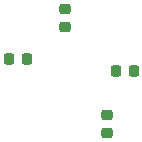
<source format=gbr>
%TF.GenerationSoftware,KiCad,Pcbnew,8.0.6*%
%TF.CreationDate,2024-12-26T15:20:47-06:00*%
%TF.ProjectId,RECESSIM-CW312T-SAM4C32,52454345-5353-4494-9d2d-435733313254,rev?*%
%TF.SameCoordinates,Original*%
%TF.FileFunction,Paste,Bot*%
%TF.FilePolarity,Positive*%
%FSLAX46Y46*%
G04 Gerber Fmt 4.6, Leading zero omitted, Abs format (unit mm)*
G04 Created by KiCad (PCBNEW 8.0.6) date 2024-12-26 15:20:47*
%MOMM*%
%LPD*%
G01*
G04 APERTURE LIST*
G04 Aperture macros list*
%AMRoundRect*
0 Rectangle with rounded corners*
0 $1 Rounding radius*
0 $2 $3 $4 $5 $6 $7 $8 $9 X,Y pos of 4 corners*
0 Add a 4 corners polygon primitive as box body*
4,1,4,$2,$3,$4,$5,$6,$7,$8,$9,$2,$3,0*
0 Add four circle primitives for the rounded corners*
1,1,$1+$1,$2,$3*
1,1,$1+$1,$4,$5*
1,1,$1+$1,$6,$7*
1,1,$1+$1,$8,$9*
0 Add four rect primitives between the rounded corners*
20,1,$1+$1,$2,$3,$4,$5,0*
20,1,$1+$1,$4,$5,$6,$7,0*
20,1,$1+$1,$6,$7,$8,$9,0*
20,1,$1+$1,$8,$9,$2,$3,0*%
G04 Aperture macros list end*
%ADD10RoundRect,0.225000X-0.250000X0.225000X-0.250000X-0.225000X0.250000X-0.225000X0.250000X0.225000X0*%
%ADD11RoundRect,0.225000X0.225000X0.250000X-0.225000X0.250000X-0.225000X-0.250000X0.225000X-0.250000X0*%
%ADD12RoundRect,0.225000X-0.225000X-0.250000X0.225000X-0.250000X0.225000X0.250000X-0.225000X0.250000X0*%
%ADD13RoundRect,0.225000X0.250000X-0.225000X0.250000X0.225000X-0.250000X0.225000X-0.250000X-0.225000X0*%
G04 APERTURE END LIST*
D10*
%TO.C,C7*%
X158044934Y-89755542D03*
X158044934Y-91305542D03*
%TD*%
D11*
%TO.C,C9*%
X163844934Y-95030542D03*
X162294934Y-95030542D03*
%TD*%
D12*
%TO.C,C6*%
X153244934Y-94030542D03*
X154794934Y-94030542D03*
%TD*%
D13*
%TO.C,C8*%
X161544934Y-100280542D03*
X161544934Y-98730542D03*
%TD*%
M02*

</source>
